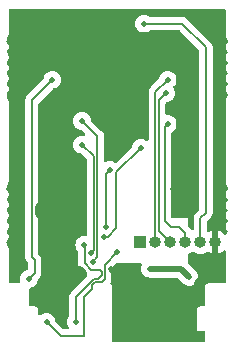
<source format=gbr>
%TF.GenerationSoftware,KiCad,Pcbnew,8.0.2*%
%TF.CreationDate,2024-05-29T23:14:08+09:00*%
%TF.ProjectId,smartlight,736d6172-746c-4696-9768-742e6b696361,rev?*%
%TF.SameCoordinates,Original*%
%TF.FileFunction,Copper,L2,Bot*%
%TF.FilePolarity,Positive*%
%FSLAX46Y46*%
G04 Gerber Fmt 4.6, Leading zero omitted, Abs format (unit mm)*
G04 Created by KiCad (PCBNEW 8.0.2) date 2024-05-29 23:14:08*
%MOMM*%
%LPD*%
G01*
G04 APERTURE LIST*
%TA.AperFunction,ComponentPad*%
%ADD10R,1.000000X1.000000*%
%TD*%
%TA.AperFunction,ComponentPad*%
%ADD11O,1.000000X1.000000*%
%TD*%
%TA.AperFunction,ViaPad*%
%ADD12C,0.500000*%
%TD*%
%TA.AperFunction,Conductor*%
%ADD13C,0.127000*%
%TD*%
%TA.AperFunction,Conductor*%
%ADD14C,0.500000*%
%TD*%
G04 APERTURE END LIST*
D10*
%TO.P,J1,1,Pin_1*%
%TO.N,+3V3*%
X91940000Y-64750000D03*
D11*
%TO.P,J1,2,Pin_2*%
%TO.N,ESP12F_TX*%
X93210000Y-64750000D03*
%TO.P,J1,3,Pin_3*%
%TO.N,ESP12F_RX*%
X94480000Y-64750000D03*
%TO.P,J1,4,Pin_4*%
%TO.N,IO0*%
X95750000Y-64750000D03*
%TO.P,J1,5,Pin_5*%
%TO.N,RESET*%
X97020000Y-64750000D03*
%TO.P,J1,6,Pin_6*%
%TO.N,GND*%
X98290000Y-64750000D03*
%TD*%
D12*
%TO.N,PWM*%
X87900000Y-66450000D03*
%TO.N,GND*%
X87200000Y-67610000D03*
X96800000Y-68900000D03*
X95500000Y-68900000D03*
X94700000Y-68200000D03*
X90000000Y-68900000D03*
X91200000Y-68000000D03*
X91900000Y-68900000D03*
X98900000Y-65900000D03*
%TO.N,Net-(J2-Pin_5)*%
X84000000Y-71500000D03*
%TO.N,Net-(J2-Pin_4)*%
X86500000Y-71500000D03*
%TO.N,GND*%
X95750000Y-51500000D03*
X95750000Y-50500000D03*
X95750000Y-49250000D03*
X95250000Y-53250000D03*
X94250000Y-53250000D03*
X95500000Y-52250000D03*
X94750000Y-60250000D03*
X95500000Y-60000000D03*
X96250000Y-63000000D03*
X96250000Y-61500000D03*
X95250000Y-59250000D03*
X85500000Y-55250000D03*
X84500000Y-55250000D03*
X98750000Y-62500000D03*
X98750000Y-61500000D03*
X94750000Y-69000000D03*
X90900000Y-68800000D03*
X98250000Y-66000000D03*
X92665477Y-50001750D03*
X92665477Y-49001750D03*
X92665477Y-48001750D03*
X91665477Y-55001750D03*
X91665477Y-54001750D03*
X91665477Y-53001750D03*
X91665477Y-52001750D03*
X91665477Y-51001750D03*
X91665477Y-50001750D03*
X91665477Y-49001750D03*
X91665477Y-48001750D03*
X90665477Y-56001750D03*
X90665477Y-55001750D03*
X90665477Y-54001750D03*
X90665477Y-53001750D03*
X90665477Y-52001750D03*
X90665477Y-51001750D03*
X90665477Y-50001750D03*
X90665477Y-49001750D03*
X90665477Y-48001750D03*
X89665477Y-57001750D03*
X89665477Y-56001750D03*
X89665477Y-55001750D03*
X89665477Y-54001750D03*
X89665477Y-53001750D03*
X89665477Y-52001750D03*
X89665477Y-51001750D03*
X89665477Y-50001750D03*
X89665477Y-49001750D03*
X89665477Y-48001750D03*
X88665477Y-54001750D03*
X88665477Y-53001750D03*
X88665477Y-52001750D03*
X88665477Y-51001750D03*
X88665477Y-50001750D03*
X88665477Y-49001750D03*
X88665477Y-48001750D03*
X87665477Y-53001750D03*
X87665477Y-52001750D03*
X87665477Y-51001750D03*
X87665477Y-50001750D03*
X87665477Y-49001750D03*
X87665477Y-48001750D03*
X86665477Y-59001750D03*
X86665477Y-58001750D03*
X86665477Y-53001750D03*
X86665477Y-52001750D03*
X86665477Y-51001750D03*
X86665477Y-50001750D03*
X86665477Y-49001750D03*
X86665477Y-48001750D03*
X85665477Y-58001750D03*
X85665477Y-53001750D03*
X85665477Y-49001750D03*
X85665477Y-48001750D03*
X84665477Y-58001750D03*
X84665477Y-53001750D03*
X84665477Y-49001750D03*
X84665477Y-48001750D03*
X89460000Y-67060000D03*
X84850000Y-60250000D03*
X83300000Y-62400000D03*
%TO.N,Net-(J2-Pin_5)*%
X90000000Y-65600000D03*
%TO.N,Net-(J2-Pin_4)*%
X87200000Y-64995115D03*
%TO.N,ON{slash}OFF*%
X87760000Y-65640000D03*
%TO.N,Net-(U1-GPIO2)*%
X88900000Y-64300000D03*
%TO.N,+3V3*%
X92750000Y-67000000D03*
X96100000Y-67700000D03*
%TO.N,IO0*%
X94250000Y-54750000D03*
%TO.N,RESET*%
X92250000Y-46250000D03*
%TO.N,ESP12F_TX*%
X94250000Y-51000000D03*
%TO.N,ESP12F_RX*%
X94125000Y-52125000D03*
%TO.N,PWM*%
X87000000Y-54500000D03*
%TO.N,ON{slash}OFF*%
X87000000Y-56500000D03*
%TO.N,Net-(U1-EN)*%
X84500000Y-51000000D03*
X82500000Y-67850000D03*
%TO.N,Net-(U1-GPIO2)*%
X92000000Y-56750000D03*
%TO.N,Net-(U1-GPIO15)*%
X89350000Y-58650000D03*
X89000000Y-63500000D03*
%TD*%
D13*
%TO.N,PWM*%
X88304605Y-66045395D02*
X87900000Y-66450000D01*
X88304605Y-65850000D02*
X88304605Y-66045395D01*
X88304605Y-55804605D02*
X87000000Y-54500000D01*
X88304605Y-65850000D02*
X88304605Y-55804605D01*
%TO.N,Net-(J2-Pin_4)*%
X86500000Y-69376723D02*
X86500000Y-71500000D01*
X87994223Y-67882500D02*
X86500000Y-69376723D01*
X88317501Y-67882500D02*
X87994223Y-67882500D01*
X88662500Y-67262500D02*
X88662500Y-67537501D01*
X87216500Y-65011615D02*
X87216500Y-66545126D01*
X88523500Y-67123500D02*
X88662500Y-67262500D01*
X87200000Y-64995115D02*
X87216500Y-65011615D01*
X88662500Y-67537501D02*
X88317501Y-67882500D01*
X87216500Y-66545126D02*
X87794874Y-67123500D01*
X87794874Y-67123500D02*
X88523500Y-67123500D01*
%TO.N,ON{slash}OFF*%
X88000000Y-57500000D02*
X87000000Y-56500000D01*
X87760000Y-65640000D02*
X88000000Y-65400000D01*
X88000000Y-65400000D02*
X88000000Y-57500000D01*
D14*
%TO.N,GND*%
X86865471Y-67000000D02*
X83800000Y-67000000D01*
X83800000Y-67000000D02*
X83800000Y-62900000D01*
X87200000Y-67334529D02*
X86865471Y-67000000D01*
X83800000Y-62900000D02*
X83300000Y-62400000D01*
X87200000Y-67610000D02*
X87200000Y-67334529D01*
D13*
%TO.N,Net-(J2-Pin_5)*%
X85200000Y-72700000D02*
X84000000Y-71500000D01*
X87200000Y-72700000D02*
X85200000Y-72700000D01*
X87200000Y-69400000D02*
X87200000Y-72700000D01*
X88099433Y-68136500D02*
X87886500Y-68349433D01*
X88663500Y-68136500D02*
X88099433Y-68136500D01*
X87886500Y-68713500D02*
X87200000Y-69400000D01*
X88916500Y-67883500D02*
X88663500Y-68136500D01*
X87886500Y-68349433D02*
X87886500Y-68713500D01*
X88916500Y-66683500D02*
X88916500Y-67883500D01*
X90000000Y-65600000D02*
X88916500Y-66683500D01*
D14*
%TO.N,GND*%
X91400000Y-70000000D02*
X90900000Y-69500000D01*
X90900000Y-69500000D02*
X90900000Y-68800000D01*
X96400000Y-70000000D02*
X91400000Y-70000000D01*
X98290000Y-66710000D02*
X96750000Y-68250000D01*
X96750000Y-68250000D02*
X96750000Y-69650000D01*
X96750000Y-69650000D02*
X96400000Y-70000000D01*
X98290000Y-64750000D02*
X98290000Y-66710000D01*
X89460000Y-67060000D02*
X90050000Y-67650000D01*
X90050000Y-67650000D02*
X90050000Y-67950000D01*
X90900000Y-68800000D02*
X90050000Y-67950000D01*
%TO.N,+3V3*%
X96100000Y-67700000D02*
X95400000Y-67000000D01*
X95400000Y-67000000D02*
X92750000Y-67000000D01*
%TO.N,GND*%
X84850000Y-60250000D02*
X83300000Y-61800000D01*
X83300000Y-61800000D02*
X83300000Y-62400000D01*
D13*
%TO.N,Net-(U1-GPIO2)*%
X89900000Y-58850000D02*
X92000000Y-56750000D01*
X89900000Y-63600000D02*
X89900000Y-58850000D01*
X89200000Y-64300000D02*
X89900000Y-63600000D01*
X88900000Y-64300000D02*
X89200000Y-64300000D01*
%TO.N,Net-(U1-GPIO15)*%
X89350000Y-58650000D02*
X89000000Y-59000000D01*
X89000000Y-59000000D02*
X89000000Y-63500000D01*
%TO.N,Net-(U1-EN)*%
X82750000Y-52750000D02*
X84500000Y-51000000D01*
X82750000Y-66000000D02*
X82750000Y-52750000D01*
X83000000Y-67350000D02*
X83000000Y-66250000D01*
X82500000Y-67850000D02*
X83000000Y-67350000D01*
X83000000Y-66250000D02*
X82750000Y-66000000D01*
%TO.N,ESP12F_RX*%
X94125000Y-52125000D02*
X93500000Y-52750000D01*
X93500000Y-63770000D02*
X94480000Y-64750000D01*
X93500000Y-52750000D02*
X93500000Y-63770000D01*
%TO.N,IO0*%
X94000000Y-55000000D02*
X94000000Y-63000000D01*
X94500000Y-63500000D02*
X95250000Y-63500000D01*
X94000000Y-63000000D02*
X94500000Y-63500000D01*
X94250000Y-54750000D02*
X94000000Y-55000000D01*
X95250000Y-63500000D02*
X95750000Y-64000000D01*
X95750000Y-64000000D02*
X95750000Y-64750000D01*
%TO.N,RESET*%
X95500000Y-46250000D02*
X92250000Y-46250000D01*
X97020000Y-62730000D02*
X97500000Y-62250000D01*
X97500000Y-48250000D02*
X95500000Y-46250000D01*
X97020000Y-64750000D02*
X97020000Y-62730000D01*
X97500000Y-62250000D02*
X97500000Y-48250000D01*
%TO.N,ESP12F_TX*%
X93210000Y-52040000D02*
X93210000Y-64750000D01*
X94250000Y-51000000D02*
X93210000Y-52040000D01*
%TD*%
%TA.AperFunction,Conductor*%
%TO.N,GND*%
G36*
X98540000Y-65719159D02*
G01*
X98674534Y-65678349D01*
X98848260Y-65585491D01*
X98996835Y-65463559D01*
X99061145Y-65436246D01*
X99130012Y-65448037D01*
X99181572Y-65495189D01*
X99199500Y-65559412D01*
X99199500Y-68075500D01*
X99179815Y-68142539D01*
X99127011Y-68188294D01*
X99075500Y-68199500D01*
X97789562Y-68199500D01*
X97710438Y-68199500D01*
X97672224Y-68209739D01*
X97634009Y-68219979D01*
X97634004Y-68219982D01*
X97565495Y-68259535D01*
X97565487Y-68259541D01*
X97509541Y-68315487D01*
X97509535Y-68315495D01*
X97469982Y-68384004D01*
X97469979Y-68384009D01*
X97459238Y-68424095D01*
X97450891Y-68455249D01*
X97449500Y-68460439D01*
X97449500Y-70075500D01*
X97429815Y-70142539D01*
X97377011Y-70188294D01*
X97325500Y-70199500D01*
X97039562Y-70199500D01*
X96960438Y-70199500D01*
X96922224Y-70209739D01*
X96884009Y-70219979D01*
X96884004Y-70219982D01*
X96815495Y-70259535D01*
X96815487Y-70259541D01*
X96759541Y-70315487D01*
X96759535Y-70315495D01*
X96719982Y-70384004D01*
X96719979Y-70384009D01*
X96706326Y-70434962D01*
X96699500Y-70460438D01*
X96699500Y-72039562D01*
X96702642Y-72051286D01*
X96719979Y-72115990D01*
X96719982Y-72115995D01*
X96759535Y-72184504D01*
X96759539Y-72184509D01*
X96759540Y-72184511D01*
X96815489Y-72240460D01*
X96815491Y-72240461D01*
X96815495Y-72240464D01*
X96884004Y-72280017D01*
X96884011Y-72280021D01*
X96960438Y-72300500D01*
X97039562Y-72300500D01*
X97325500Y-72300500D01*
X97392539Y-72320185D01*
X97438294Y-72372989D01*
X97449500Y-72424500D01*
X97449500Y-73075500D01*
X97429815Y-73142539D01*
X97377011Y-73188294D01*
X97325500Y-73199500D01*
X89674500Y-73199500D01*
X89607461Y-73179815D01*
X89561706Y-73127011D01*
X89550500Y-73075500D01*
X89550500Y-68460439D01*
X89550500Y-68460438D01*
X89530021Y-68384011D01*
X89519091Y-68365080D01*
X89490464Y-68315495D01*
X89490458Y-68315487D01*
X89448622Y-68273651D01*
X89415137Y-68212328D01*
X89420121Y-68142636D01*
X89428912Y-68123976D01*
X89442065Y-68101196D01*
X89467968Y-68004523D01*
X89480500Y-67957753D01*
X89480500Y-67809247D01*
X89480500Y-66968478D01*
X89500185Y-66901439D01*
X89516819Y-66880797D01*
X89861297Y-66536319D01*
X89922620Y-66502834D01*
X89948978Y-66500000D01*
X91955179Y-66500000D01*
X92022218Y-66519685D01*
X92067973Y-66572489D01*
X92077917Y-66641647D01*
X92070698Y-66665338D01*
X92071843Y-66665739D01*
X92049715Y-66728974D01*
X92047237Y-66735466D01*
X92028341Y-66781088D01*
X92028339Y-66781097D01*
X92025903Y-66793341D01*
X92021330Y-66810097D01*
X92013687Y-66831939D01*
X92013687Y-66831940D01*
X92008341Y-66879382D01*
X92006739Y-66889685D01*
X91999500Y-66926081D01*
X91999500Y-66950890D01*
X91998720Y-66964774D01*
X91994751Y-66999997D01*
X91994751Y-67000000D01*
X91998720Y-67035223D01*
X91999500Y-67049108D01*
X91999500Y-67073916D01*
X92006739Y-67110312D01*
X92008341Y-67120616D01*
X92013687Y-67168059D01*
X92021330Y-67189902D01*
X92025906Y-67206665D01*
X92028341Y-67218910D01*
X92047235Y-67264525D01*
X92049708Y-67271003D01*
X92069543Y-67327687D01*
X92069546Y-67327694D01*
X92075295Y-67336844D01*
X92084851Y-67355340D01*
X92084912Y-67355488D01*
X92084916Y-67355495D01*
X92119169Y-67406760D01*
X92121060Y-67409677D01*
X92158840Y-67469804D01*
X92159523Y-67470890D01*
X92279110Y-67590477D01*
X92286641Y-67595209D01*
X92340338Y-67628949D01*
X92343247Y-67630834D01*
X92394505Y-67665084D01*
X92394648Y-67665143D01*
X92413162Y-67674708D01*
X92422310Y-67680456D01*
X92467602Y-67696304D01*
X92478979Y-67700285D01*
X92485477Y-67702766D01*
X92531087Y-67721658D01*
X92531095Y-67721660D01*
X92543332Y-67724094D01*
X92560101Y-67728671D01*
X92581938Y-67736312D01*
X92581941Y-67736313D01*
X92629398Y-67741659D01*
X92639689Y-67743260D01*
X92651926Y-67745694D01*
X92676081Y-67750500D01*
X92676082Y-67750500D01*
X92700890Y-67750500D01*
X92714774Y-67751280D01*
X92749998Y-67755249D01*
X92750000Y-67755249D01*
X92750002Y-67755249D01*
X92785226Y-67751280D01*
X92799110Y-67750500D01*
X95037770Y-67750500D01*
X95104809Y-67770185D01*
X95125451Y-67786819D01*
X95343156Y-68004523D01*
X95509523Y-68170890D01*
X95629110Y-68290477D01*
X95677512Y-68320890D01*
X95690338Y-68328949D01*
X95693247Y-68330834D01*
X95744505Y-68365084D01*
X95744648Y-68365143D01*
X95763162Y-68374708D01*
X95763168Y-68374712D01*
X95772312Y-68380457D01*
X95803161Y-68391251D01*
X95828984Y-68400287D01*
X95835456Y-68402756D01*
X95881087Y-68421658D01*
X95891348Y-68423698D01*
X95893339Y-68424095D01*
X95910094Y-68428668D01*
X95931941Y-68436313D01*
X95979411Y-68441661D01*
X95989692Y-68443260D01*
X96026082Y-68450499D01*
X96050881Y-68450499D01*
X96064765Y-68451279D01*
X96099998Y-68455249D01*
X96100000Y-68455249D01*
X96100002Y-68455249D01*
X96135235Y-68451279D01*
X96149119Y-68450499D01*
X96173919Y-68450499D01*
X96186856Y-68447924D01*
X96210309Y-68443259D01*
X96220575Y-68441662D01*
X96268059Y-68436313D01*
X96289900Y-68428670D01*
X96306658Y-68424095D01*
X96318912Y-68421658D01*
X96364547Y-68402753D01*
X96370987Y-68400295D01*
X96427690Y-68380456D01*
X96436838Y-68374706D01*
X96455355Y-68365141D01*
X96455494Y-68365084D01*
X96506765Y-68330824D01*
X96509644Y-68328959D01*
X96509660Y-68328949D01*
X96570890Y-68290477D01*
X96690477Y-68170890D01*
X96728967Y-68109631D01*
X96730824Y-68106765D01*
X96765084Y-68055494D01*
X96765141Y-68055355D01*
X96774706Y-68036838D01*
X96780456Y-68027690D01*
X96800295Y-67970988D01*
X96802766Y-67964518D01*
X96805569Y-67957753D01*
X96821658Y-67918912D01*
X96824095Y-67906658D01*
X96828667Y-67889909D01*
X96836313Y-67868059D01*
X96841662Y-67820575D01*
X96843259Y-67810309D01*
X96850499Y-67773917D01*
X96850499Y-67749117D01*
X96851279Y-67735232D01*
X96855249Y-67700000D01*
X96855249Y-67699997D01*
X96851279Y-67664765D01*
X96850499Y-67650881D01*
X96850499Y-67626082D01*
X96843260Y-67589692D01*
X96841661Y-67579411D01*
X96836313Y-67531941D01*
X96828668Y-67510094D01*
X96824095Y-67493339D01*
X96823698Y-67491348D01*
X96821658Y-67481087D01*
X96802756Y-67435456D01*
X96800284Y-67428977D01*
X96780457Y-67372312D01*
X96774709Y-67363164D01*
X96765143Y-67344648D01*
X96765084Y-67344505D01*
X96730834Y-67293247D01*
X96728949Y-67290338D01*
X96719781Y-67275747D01*
X96690477Y-67229110D01*
X96570890Y-67109523D01*
X96340749Y-66879382D01*
X96036319Y-66574951D01*
X96002834Y-66513628D01*
X96000000Y-66487270D01*
X96000000Y-65811647D01*
X96019685Y-65744608D01*
X96072489Y-65698853D01*
X96087997Y-65692989D01*
X96134727Y-65678814D01*
X96308538Y-65585910D01*
X96308544Y-65585904D01*
X96313607Y-65582523D01*
X96314703Y-65584164D01*
X96370639Y-65560405D01*
X96439507Y-65572194D01*
X96456148Y-65582888D01*
X96456393Y-65582523D01*
X96461458Y-65585907D01*
X96461462Y-65585910D01*
X96635273Y-65678814D01*
X96823868Y-65736024D01*
X97020000Y-65755341D01*
X97216132Y-65736024D01*
X97404727Y-65678814D01*
X97578538Y-65585910D01*
X97578544Y-65585904D01*
X97583607Y-65582523D01*
X97584624Y-65584045D01*
X97641021Y-65560084D01*
X97709890Y-65571866D01*
X97726424Y-65582489D01*
X97726678Y-65582110D01*
X97731738Y-65585491D01*
X97905465Y-65678349D01*
X98040000Y-65719159D01*
X98040000Y-64959618D01*
X98090446Y-65010064D01*
X98164555Y-65052851D01*
X98247213Y-65075000D01*
X98332787Y-65075000D01*
X98415445Y-65052851D01*
X98489554Y-65010064D01*
X98540000Y-64959618D01*
X98540000Y-65719159D01*
G37*
%TD.AperFunction*%
%TA.AperFunction,Conductor*%
G36*
X99142539Y-45019685D02*
G01*
X99188294Y-45072489D01*
X99199500Y-45124000D01*
X99199500Y-47107761D01*
X99234974Y-47320350D01*
X99304952Y-47524187D01*
X99304958Y-47524201D01*
X99386189Y-47674303D01*
X99400784Y-47742631D01*
X99376121Y-47808003D01*
X99364817Y-47821000D01*
X99306287Y-47879531D01*
X99306286Y-47879532D01*
X99233289Y-48005968D01*
X99233288Y-48005971D01*
X99195500Y-48146999D01*
X99195500Y-48293000D01*
X99233288Y-48434028D01*
X99233289Y-48434031D01*
X99306286Y-48560467D01*
X99306291Y-48560473D01*
X99323138Y-48577321D01*
X99356622Y-48638645D01*
X99351636Y-48708336D01*
X99323138Y-48752679D01*
X99306291Y-48769526D01*
X99306286Y-48769532D01*
X99233289Y-48895968D01*
X99233288Y-48895971D01*
X99195500Y-49036999D01*
X99195500Y-49183001D01*
X99228519Y-49306228D01*
X99233288Y-49324028D01*
X99233289Y-49324031D01*
X99306286Y-49450467D01*
X99306291Y-49450473D01*
X99323138Y-49467321D01*
X99356622Y-49528645D01*
X99351636Y-49598336D01*
X99323138Y-49642679D01*
X99306291Y-49659526D01*
X99306286Y-49659532D01*
X99233289Y-49785968D01*
X99233288Y-49785971D01*
X99195500Y-49926999D01*
X99195500Y-50073000D01*
X99233288Y-50214028D01*
X99233289Y-50214031D01*
X99306286Y-50340467D01*
X99306291Y-50340473D01*
X99323138Y-50357321D01*
X99356622Y-50418645D01*
X99351636Y-50488336D01*
X99323138Y-50532679D01*
X99306291Y-50549526D01*
X99306286Y-50549532D01*
X99233289Y-50675968D01*
X99233288Y-50675971D01*
X99195500Y-50816999D01*
X99195500Y-50963001D01*
X99205415Y-51000002D01*
X99233288Y-51104028D01*
X99233289Y-51104031D01*
X99306286Y-51230467D01*
X99306291Y-51230473D01*
X99323138Y-51247321D01*
X99356622Y-51308645D01*
X99351636Y-51378336D01*
X99323138Y-51422679D01*
X99306291Y-51439526D01*
X99306286Y-51439532D01*
X99233289Y-51565968D01*
X99233288Y-51565971D01*
X99195500Y-51706999D01*
X99195500Y-51853001D01*
X99223351Y-51956941D01*
X99233288Y-51994028D01*
X99233289Y-51994031D01*
X99306286Y-52120467D01*
X99306290Y-52120472D01*
X99364815Y-52178997D01*
X99398300Y-52240320D01*
X99393316Y-52310012D01*
X99386189Y-52325695D01*
X99304958Y-52475798D01*
X99304952Y-52475812D01*
X99234974Y-52679649D01*
X99199500Y-52892238D01*
X99199500Y-59607761D01*
X99234974Y-59820350D01*
X99304952Y-60024187D01*
X99304958Y-60024201D01*
X99386189Y-60174303D01*
X99400784Y-60242631D01*
X99376121Y-60308003D01*
X99364817Y-60321000D01*
X99306287Y-60379531D01*
X99306286Y-60379532D01*
X99233289Y-60505968D01*
X99233288Y-60505971D01*
X99195500Y-60646999D01*
X99195500Y-60793000D01*
X99233288Y-60934028D01*
X99233289Y-60934031D01*
X99306286Y-61060467D01*
X99306291Y-61060473D01*
X99323138Y-61077321D01*
X99356622Y-61138645D01*
X99351636Y-61208336D01*
X99323138Y-61252679D01*
X99306291Y-61269526D01*
X99306286Y-61269532D01*
X99233289Y-61395968D01*
X99233288Y-61395971D01*
X99195500Y-61536999D01*
X99195500Y-61683001D01*
X99228519Y-61806228D01*
X99233288Y-61824028D01*
X99233289Y-61824031D01*
X99306286Y-61950467D01*
X99306291Y-61950473D01*
X99323138Y-61967321D01*
X99356622Y-62028645D01*
X99351636Y-62098336D01*
X99323138Y-62142679D01*
X99306291Y-62159526D01*
X99306286Y-62159532D01*
X99233289Y-62285968D01*
X99233288Y-62285971D01*
X99195500Y-62426999D01*
X99195500Y-62573001D01*
X99209701Y-62626000D01*
X99233288Y-62714028D01*
X99233289Y-62714031D01*
X99306286Y-62840467D01*
X99306291Y-62840473D01*
X99323138Y-62857321D01*
X99356622Y-62918645D01*
X99351636Y-62988336D01*
X99323138Y-63032679D01*
X99306291Y-63049526D01*
X99306286Y-63049532D01*
X99233289Y-63175968D01*
X99233288Y-63175971D01*
X99195500Y-63316999D01*
X99195500Y-63463001D01*
X99218460Y-63548687D01*
X99233288Y-63604028D01*
X99233289Y-63604031D01*
X99306286Y-63730467D01*
X99306291Y-63730473D01*
X99323138Y-63747321D01*
X99356622Y-63808645D01*
X99351636Y-63878336D01*
X99323138Y-63922679D01*
X99306291Y-63939526D01*
X99306286Y-63939532D01*
X99235726Y-64061747D01*
X99185159Y-64109963D01*
X99116552Y-64123186D01*
X99051687Y-64097218D01*
X99032486Y-64078412D01*
X99000528Y-64039471D01*
X98848260Y-63914507D01*
X98848253Y-63914503D01*
X98674541Y-63821652D01*
X98540000Y-63780839D01*
X98540000Y-64540382D01*
X98489554Y-64489936D01*
X98415445Y-64447149D01*
X98332787Y-64425000D01*
X98247213Y-64425000D01*
X98164555Y-64447149D01*
X98090446Y-64489936D01*
X98040000Y-64540382D01*
X98040000Y-63780839D01*
X98039999Y-63780839D01*
X97905463Y-63821651D01*
X97766453Y-63895953D01*
X97698050Y-63910194D01*
X97632806Y-63885194D01*
X97591436Y-63828888D01*
X97584000Y-63786594D01*
X97584000Y-63014978D01*
X97603685Y-62947939D01*
X97620319Y-62927297D01*
X97707149Y-62840467D01*
X97951313Y-62596304D01*
X98025565Y-62467696D01*
X98064001Y-62324252D01*
X98064001Y-62175747D01*
X98064001Y-62168152D01*
X98064000Y-62168134D01*
X98064000Y-48175750D01*
X98064000Y-48175748D01*
X98025565Y-48032304D01*
X97951313Y-47903696D01*
X97846304Y-47798687D01*
X97846303Y-47798686D01*
X97841973Y-47794356D01*
X97841962Y-47794346D01*
X95958383Y-45910767D01*
X95958381Y-45910764D01*
X95846306Y-45798689D01*
X95846304Y-45798687D01*
X95717698Y-45724436D01*
X95717697Y-45724435D01*
X95692097Y-45717576D01*
X95666499Y-45710717D01*
X95666498Y-45710716D01*
X95598969Y-45692622D01*
X95574253Y-45686000D01*
X95574252Y-45686000D01*
X92797480Y-45686000D01*
X92730441Y-45666315D01*
X92721530Y-45659924D01*
X92577697Y-45569547D01*
X92577694Y-45569545D01*
X92418056Y-45513685D01*
X92250003Y-45494751D01*
X92249997Y-45494751D01*
X92081943Y-45513685D01*
X91922305Y-45569545D01*
X91922302Y-45569547D01*
X91779115Y-45659518D01*
X91779109Y-45659523D01*
X91659523Y-45779109D01*
X91659518Y-45779115D01*
X91569547Y-45922302D01*
X91569545Y-45922305D01*
X91513685Y-46081943D01*
X91494751Y-46249997D01*
X91494751Y-46250002D01*
X91513685Y-46418056D01*
X91569545Y-46577694D01*
X91569547Y-46577697D01*
X91659518Y-46720884D01*
X91659523Y-46720890D01*
X91779109Y-46840476D01*
X91779115Y-46840481D01*
X91922302Y-46930452D01*
X91922305Y-46930454D01*
X91922309Y-46930455D01*
X91922310Y-46930456D01*
X91985037Y-46952405D01*
X92081943Y-46986314D01*
X92249997Y-47005249D01*
X92250000Y-47005249D01*
X92250003Y-47005249D01*
X92418056Y-46986314D01*
X92418059Y-46986313D01*
X92577690Y-46930456D01*
X92577692Y-46930454D01*
X92577694Y-46930454D01*
X92577697Y-46930452D01*
X92726786Y-46836773D01*
X92727575Y-46838029D01*
X92784849Y-46814645D01*
X92797480Y-46814000D01*
X95215022Y-46814000D01*
X95282061Y-46833685D01*
X95302703Y-46850319D01*
X96899681Y-48447297D01*
X96933166Y-48508620D01*
X96936000Y-48534978D01*
X96936000Y-61965020D01*
X96916315Y-62032059D01*
X96899681Y-62052701D01*
X96666626Y-62285755D01*
X96666627Y-62285756D01*
X96568684Y-62383699D01*
X96516299Y-62474434D01*
X96516299Y-62474435D01*
X96494433Y-62512305D01*
X96478172Y-62572999D01*
X96478172Y-62573000D01*
X96456000Y-62655748D01*
X96456000Y-63632052D01*
X96436315Y-63699091D01*
X96383511Y-63744846D01*
X96314353Y-63754790D01*
X96250797Y-63725765D01*
X96224613Y-63694053D01*
X96201313Y-63653696D01*
X96091973Y-63544356D01*
X96091962Y-63544346D01*
X96036319Y-63488703D01*
X96002834Y-63427380D01*
X96000000Y-63401022D01*
X96000000Y-62750000D01*
X94688000Y-62750000D01*
X94620961Y-62730315D01*
X94575206Y-62677511D01*
X94564000Y-62626000D01*
X94564000Y-55507590D01*
X94583685Y-55440551D01*
X94622026Y-55402597D01*
X94720890Y-55340477D01*
X94840477Y-55220890D01*
X94922419Y-55090481D01*
X94930452Y-55077697D01*
X94930454Y-55077694D01*
X94930454Y-55077692D01*
X94930456Y-55077690D01*
X94986313Y-54918059D01*
X94986313Y-54918058D01*
X94986314Y-54918056D01*
X95005249Y-54750002D01*
X95005249Y-54749997D01*
X94986314Y-54581943D01*
X94930454Y-54422305D01*
X94930452Y-54422302D01*
X94840481Y-54279115D01*
X94840476Y-54279109D01*
X94720890Y-54159523D01*
X94720884Y-54159518D01*
X94577697Y-54069547D01*
X94577694Y-54069545D01*
X94418056Y-54013685D01*
X94250003Y-53994751D01*
X94249996Y-53994751D01*
X94201883Y-54000172D01*
X94133062Y-53988117D01*
X94081682Y-53940768D01*
X94064000Y-53876952D01*
X94064000Y-53034978D01*
X94083685Y-52967939D01*
X94100319Y-52947297D01*
X94142066Y-52905550D01*
X94203389Y-52872065D01*
X94215864Y-52870011D01*
X94293053Y-52861314D01*
X94293056Y-52861313D01*
X94293059Y-52861313D01*
X94452690Y-52805456D01*
X94452692Y-52805454D01*
X94452694Y-52805454D01*
X94452697Y-52805452D01*
X94595884Y-52715481D01*
X94595885Y-52715480D01*
X94595890Y-52715477D01*
X94715477Y-52595890D01*
X94715481Y-52595884D01*
X94805452Y-52452697D01*
X94805454Y-52452694D01*
X94805454Y-52452692D01*
X94805456Y-52452690D01*
X94861313Y-52293059D01*
X94861313Y-52293058D01*
X94861314Y-52293056D01*
X94880249Y-52125002D01*
X94880249Y-52124997D01*
X94861314Y-51956943D01*
X94824943Y-51853001D01*
X94805456Y-51797310D01*
X94772594Y-51745011D01*
X94745622Y-51702085D01*
X94726622Y-51634849D01*
X94746990Y-51568013D01*
X94762935Y-51548432D01*
X94840477Y-51470890D01*
X94860184Y-51439527D01*
X94930452Y-51327697D01*
X94930454Y-51327694D01*
X94930454Y-51327692D01*
X94930456Y-51327690D01*
X94986313Y-51168059D01*
X94986313Y-51168058D01*
X94986314Y-51168056D01*
X95005249Y-51000002D01*
X95005249Y-50999997D01*
X94986314Y-50831943D01*
X94930454Y-50672305D01*
X94930452Y-50672302D01*
X94840481Y-50529115D01*
X94840476Y-50529109D01*
X94720890Y-50409523D01*
X94720884Y-50409518D01*
X94577697Y-50319547D01*
X94577694Y-50319545D01*
X94418056Y-50263685D01*
X94250003Y-50244751D01*
X94249997Y-50244751D01*
X94081943Y-50263685D01*
X93922305Y-50319545D01*
X93922302Y-50319547D01*
X93779115Y-50409518D01*
X93779109Y-50409523D01*
X93659523Y-50529109D01*
X93659518Y-50529115D01*
X93569547Y-50672302D01*
X93569544Y-50672307D01*
X93513687Y-50831941D01*
X93504988Y-50909138D01*
X93477920Y-50973551D01*
X93469449Y-50982933D01*
X92863698Y-51588685D01*
X92758689Y-51693693D01*
X92758685Y-51693699D01*
X92684436Y-51822301D01*
X92684435Y-51822304D01*
X92646000Y-51965748D01*
X92646000Y-56045190D01*
X92626315Y-56112229D01*
X92573511Y-56157984D01*
X92504353Y-56167928D01*
X92456028Y-56150184D01*
X92327692Y-56069545D01*
X92327691Y-56069544D01*
X92327690Y-56069544D01*
X92289370Y-56056135D01*
X92168056Y-56013685D01*
X92000003Y-55994751D01*
X91999997Y-55994751D01*
X91831943Y-56013685D01*
X91672305Y-56069545D01*
X91672302Y-56069547D01*
X91529115Y-56159518D01*
X91529109Y-56159523D01*
X91409523Y-56279109D01*
X91409518Y-56279115D01*
X91319547Y-56422302D01*
X91319544Y-56422307D01*
X91263687Y-56581941D01*
X91254988Y-56659138D01*
X91227920Y-56723551D01*
X91219449Y-56732933D01*
X89935011Y-58017371D01*
X89873688Y-58050856D01*
X89803996Y-58045872D01*
X89781359Y-58034684D01*
X89677692Y-57969545D01*
X89677694Y-57969545D01*
X89518056Y-57913685D01*
X89350003Y-57894751D01*
X89349997Y-57894751D01*
X89181942Y-57913686D01*
X89033559Y-57965607D01*
X88963780Y-57969168D01*
X88903153Y-57934439D01*
X88870926Y-57872445D01*
X88868605Y-57848565D01*
X88868605Y-55730355D01*
X88868605Y-55730353D01*
X88830170Y-55586909D01*
X88755918Y-55458301D01*
X88650909Y-55353292D01*
X88650908Y-55353291D01*
X88646578Y-55348961D01*
X88646567Y-55348951D01*
X87780550Y-54482934D01*
X87747065Y-54421611D01*
X87745011Y-54409136D01*
X87736314Y-54331944D01*
X87680454Y-54172305D01*
X87680452Y-54172302D01*
X87590481Y-54029115D01*
X87590476Y-54029109D01*
X87470890Y-53909523D01*
X87470884Y-53909518D01*
X87327697Y-53819547D01*
X87327694Y-53819545D01*
X87168056Y-53763685D01*
X87000003Y-53744751D01*
X86999997Y-53744751D01*
X86831943Y-53763685D01*
X86672305Y-53819545D01*
X86672302Y-53819547D01*
X86529115Y-53909518D01*
X86529109Y-53909523D01*
X86409523Y-54029109D01*
X86409518Y-54029115D01*
X86319547Y-54172302D01*
X86319545Y-54172305D01*
X86263685Y-54331943D01*
X86244751Y-54499997D01*
X86244751Y-54500002D01*
X86263685Y-54668056D01*
X86319545Y-54827694D01*
X86319547Y-54827697D01*
X86409518Y-54970884D01*
X86409523Y-54970890D01*
X86529109Y-55090476D01*
X86529115Y-55090481D01*
X86672302Y-55180452D01*
X86672305Y-55180454D01*
X86672309Y-55180455D01*
X86672310Y-55180456D01*
X86831941Y-55236313D01*
X86831944Y-55236314D01*
X86909136Y-55245011D01*
X86973550Y-55272077D01*
X86982934Y-55280550D01*
X87253333Y-55550949D01*
X87286818Y-55612272D01*
X87281834Y-55681964D01*
X87239962Y-55737897D01*
X87174498Y-55762314D01*
X87151769Y-55761850D01*
X87000004Y-55744751D01*
X86999997Y-55744751D01*
X86831943Y-55763685D01*
X86672305Y-55819545D01*
X86672302Y-55819547D01*
X86529115Y-55909518D01*
X86529109Y-55909523D01*
X86409523Y-56029109D01*
X86409518Y-56029115D01*
X86319547Y-56172302D01*
X86319545Y-56172305D01*
X86263685Y-56331943D01*
X86244751Y-56499997D01*
X86244751Y-56500002D01*
X86263685Y-56668056D01*
X86319545Y-56827694D01*
X86319547Y-56827697D01*
X86409518Y-56970884D01*
X86409523Y-56970890D01*
X86529109Y-57090476D01*
X86529115Y-57090481D01*
X86672302Y-57180452D01*
X86672305Y-57180454D01*
X86672309Y-57180455D01*
X86672310Y-57180456D01*
X86831941Y-57236313D01*
X86831944Y-57236314D01*
X86909135Y-57245011D01*
X86973549Y-57272077D01*
X86982933Y-57280550D01*
X87399681Y-57697297D01*
X87433166Y-57758620D01*
X87436000Y-57784978D01*
X87436000Y-64127700D01*
X87416315Y-64194739D01*
X87363511Y-64240494D01*
X87298117Y-64250920D01*
X87200004Y-64239866D01*
X87199997Y-64239866D01*
X87031943Y-64258800D01*
X86872305Y-64314660D01*
X86872302Y-64314662D01*
X86729115Y-64404633D01*
X86729109Y-64404638D01*
X86609523Y-64524224D01*
X86609518Y-64524230D01*
X86519547Y-64667417D01*
X86519545Y-64667420D01*
X86463685Y-64827058D01*
X86444751Y-64995112D01*
X86444751Y-64995117D01*
X86463685Y-65163171D01*
X86519545Y-65322809D01*
X86519547Y-65322812D01*
X86609518Y-65465999D01*
X86609523Y-65466005D01*
X86616181Y-65472663D01*
X86649666Y-65533986D01*
X86652500Y-65560344D01*
X86652500Y-66619378D01*
X86666650Y-66672187D01*
X86690935Y-66762823D01*
X86690936Y-66762824D01*
X86765187Y-66891430D01*
X86765189Y-66891432D01*
X86877261Y-67003504D01*
X86877267Y-67003509D01*
X87339220Y-67465462D01*
X87339241Y-67465485D01*
X87388749Y-67514992D01*
X87422235Y-67576315D01*
X87417251Y-67646006D01*
X87388750Y-67690355D01*
X86153698Y-68925408D01*
X86048689Y-69030416D01*
X86048685Y-69030422D01*
X85974436Y-69159024D01*
X85974435Y-69159027D01*
X85936000Y-69302471D01*
X85936000Y-70952519D01*
X85916315Y-71019558D01*
X85909924Y-71028469D01*
X85819547Y-71172302D01*
X85819545Y-71172305D01*
X85763685Y-71331943D01*
X85744751Y-71499997D01*
X85744751Y-71500002D01*
X85763685Y-71668056D01*
X85819545Y-71827692D01*
X85893901Y-71946028D01*
X85912901Y-72013264D01*
X85892533Y-72080100D01*
X85839266Y-72125314D01*
X85788907Y-72136000D01*
X85484978Y-72136000D01*
X85417939Y-72116315D01*
X85397297Y-72099681D01*
X84780550Y-71482934D01*
X84747065Y-71421611D01*
X84745011Y-71409136D01*
X84736314Y-71331944D01*
X84736313Y-71331941D01*
X84680456Y-71172310D01*
X84680455Y-71172309D01*
X84680454Y-71172305D01*
X84680452Y-71172302D01*
X84590481Y-71029115D01*
X84590476Y-71029109D01*
X84470890Y-70909523D01*
X84470884Y-70909518D01*
X84327697Y-70819547D01*
X84327694Y-70819545D01*
X84168056Y-70763685D01*
X84000003Y-70744751D01*
X83999997Y-70744751D01*
X83831943Y-70763685D01*
X83672305Y-70819545D01*
X83672302Y-70819547D01*
X83529115Y-70909518D01*
X83529109Y-70909523D01*
X83512181Y-70926452D01*
X83450858Y-70959937D01*
X83381166Y-70954953D01*
X83325233Y-70913081D01*
X83300816Y-70847617D01*
X83300500Y-70838771D01*
X83300500Y-70460439D01*
X83280020Y-70384009D01*
X83280017Y-70384004D01*
X83240464Y-70315495D01*
X83240458Y-70315487D01*
X83184512Y-70259541D01*
X83184504Y-70259535D01*
X83115995Y-70219982D01*
X83115990Y-70219979D01*
X83090513Y-70213152D01*
X83039562Y-70199500D01*
X83039560Y-70199500D01*
X82674500Y-70199500D01*
X82607461Y-70179815D01*
X82561706Y-70127011D01*
X82550500Y-70075500D01*
X82550500Y-68710372D01*
X82570185Y-68643333D01*
X82622989Y-68597578D01*
X82660615Y-68587151D01*
X82668059Y-68586313D01*
X82827690Y-68530456D01*
X82827693Y-68530453D01*
X82827697Y-68530452D01*
X82970884Y-68440481D01*
X82970885Y-68440480D01*
X82970890Y-68440477D01*
X83090477Y-68320890D01*
X83109587Y-68290477D01*
X83180452Y-68177697D01*
X83180454Y-68177694D01*
X83180454Y-68177692D01*
X83180456Y-68177690D01*
X83236313Y-68018059D01*
X83241984Y-67967732D01*
X83245011Y-67940862D01*
X83272077Y-67876448D01*
X83280540Y-67867074D01*
X83336094Y-67811521D01*
X83336099Y-67811517D01*
X83346302Y-67801313D01*
X83346304Y-67801313D01*
X83451313Y-67696304D01*
X83525565Y-67567696D01*
X83564001Y-67424252D01*
X83564001Y-67275747D01*
X83564001Y-67268152D01*
X83564000Y-67268134D01*
X83564000Y-66175749D01*
X83563999Y-66175743D01*
X83554230Y-66139284D01*
X83554230Y-66139283D01*
X83525565Y-66032303D01*
X83488260Y-65967690D01*
X83451313Y-65903696D01*
X83350318Y-65802701D01*
X83316834Y-65741378D01*
X83314000Y-65715020D01*
X83314000Y-53034978D01*
X83333685Y-52967939D01*
X83350319Y-52947297D01*
X83927844Y-52369772D01*
X84517067Y-51780548D01*
X84578388Y-51747065D01*
X84590863Y-51745011D01*
X84668055Y-51736314D01*
X84668057Y-51736313D01*
X84668059Y-51736313D01*
X84827690Y-51680456D01*
X84827692Y-51680454D01*
X84827694Y-51680454D01*
X84827697Y-51680452D01*
X84970884Y-51590481D01*
X84970885Y-51590480D01*
X84970890Y-51590477D01*
X85090477Y-51470890D01*
X85110184Y-51439527D01*
X85180452Y-51327697D01*
X85180454Y-51327694D01*
X85180454Y-51327692D01*
X85180456Y-51327690D01*
X85236313Y-51168059D01*
X85236313Y-51168058D01*
X85236314Y-51168056D01*
X85255249Y-51000002D01*
X85255249Y-50999997D01*
X85236314Y-50831943D01*
X85180454Y-50672305D01*
X85180452Y-50672302D01*
X85090481Y-50529115D01*
X85090476Y-50529109D01*
X84970890Y-50409523D01*
X84970884Y-50409518D01*
X84827697Y-50319547D01*
X84827694Y-50319545D01*
X84668056Y-50263685D01*
X84500003Y-50244751D01*
X84499997Y-50244751D01*
X84331943Y-50263685D01*
X84172305Y-50319545D01*
X84172302Y-50319547D01*
X84029115Y-50409518D01*
X84029109Y-50409523D01*
X83909523Y-50529109D01*
X83909518Y-50529115D01*
X83819547Y-50672302D01*
X83819544Y-50672307D01*
X83763687Y-50831941D01*
X83754988Y-50909137D01*
X83727920Y-50973550D01*
X83719449Y-50982932D01*
X82403698Y-52298685D01*
X82298689Y-52403693D01*
X82298685Y-52403699D01*
X82224436Y-52532301D01*
X82224435Y-52532304D01*
X82186000Y-52675748D01*
X82186000Y-66074249D01*
X82185999Y-66074249D01*
X82186000Y-66074252D01*
X82186000Y-66074253D01*
X82193889Y-66103696D01*
X82203425Y-66139284D01*
X82224435Y-66217697D01*
X82224436Y-66217698D01*
X82298687Y-66346304D01*
X82298689Y-66346306D01*
X82399681Y-66447298D01*
X82433166Y-66508621D01*
X82436000Y-66534979D01*
X82436000Y-66991148D01*
X82416315Y-67058187D01*
X82363511Y-67103942D01*
X82338454Y-67110896D01*
X82338737Y-67112135D01*
X82331949Y-67113684D01*
X82172307Y-67169544D01*
X82172302Y-67169547D01*
X82029115Y-67259518D01*
X82029109Y-67259523D01*
X81909523Y-67379109D01*
X81909518Y-67379115D01*
X81819547Y-67522302D01*
X81819545Y-67522305D01*
X81763685Y-67681943D01*
X81744751Y-67849997D01*
X81744751Y-67850002D01*
X81763686Y-68018058D01*
X81769455Y-68034544D01*
X81773018Y-68104323D01*
X81738289Y-68164951D01*
X81676296Y-68197178D01*
X81652414Y-68199500D01*
X80924500Y-68199500D01*
X80857461Y-68179815D01*
X80811706Y-68127011D01*
X80800500Y-68075500D01*
X80800500Y-65392238D01*
X80786533Y-65308538D01*
X80765026Y-65179652D01*
X80695045Y-64975805D01*
X80637663Y-64869772D01*
X80613810Y-64825695D01*
X80599215Y-64757367D01*
X80623878Y-64691995D01*
X80635170Y-64679011D01*
X80693711Y-64620471D01*
X80766712Y-64494029D01*
X80804500Y-64353001D01*
X80804500Y-64206999D01*
X80766712Y-64065971D01*
X80693711Y-63939529D01*
X80676863Y-63922681D01*
X80643378Y-63861358D01*
X80648362Y-63791666D01*
X80676863Y-63747319D01*
X80679336Y-63744846D01*
X80693711Y-63730471D01*
X80766712Y-63604029D01*
X80804500Y-63463001D01*
X80804500Y-63316999D01*
X80766712Y-63175971D01*
X80693711Y-63049529D01*
X80676863Y-63032681D01*
X80643378Y-62971358D01*
X80648362Y-62901666D01*
X80676863Y-62857319D01*
X80693711Y-62840471D01*
X80766712Y-62714029D01*
X80804500Y-62573001D01*
X80804500Y-62426999D01*
X80766712Y-62285971D01*
X80730211Y-62222750D01*
X80693713Y-62159532D01*
X80693709Y-62159527D01*
X80666526Y-62132344D01*
X80633041Y-62071021D01*
X80638025Y-62001329D01*
X80666523Y-61956985D01*
X80690839Y-61932670D01*
X80763840Y-61806228D01*
X80801628Y-61665200D01*
X80801628Y-61519198D01*
X80763840Y-61378170D01*
X80701118Y-61269532D01*
X80690841Y-61251731D01*
X80690837Y-61251726D01*
X80684327Y-61245216D01*
X80650842Y-61183893D01*
X80655826Y-61114201D01*
X80684331Y-61069850D01*
X80693711Y-61060471D01*
X80766712Y-60934029D01*
X80804500Y-60793001D01*
X80804500Y-60646999D01*
X80766712Y-60505971D01*
X80693711Y-60379529D01*
X80635182Y-60321000D01*
X80601699Y-60259677D01*
X80606684Y-60189986D01*
X80613811Y-60174302D01*
X80695040Y-60024205D01*
X80695042Y-60024201D01*
X80695045Y-60024195D01*
X80765026Y-59820348D01*
X80800500Y-59607762D01*
X80800500Y-59500000D01*
X80800500Y-59452405D01*
X80800500Y-52960438D01*
X80800500Y-52892238D01*
X80765026Y-52679652D01*
X80695045Y-52475805D01*
X80656023Y-52403699D01*
X80613810Y-52325695D01*
X80599215Y-52257367D01*
X80623878Y-52191995D01*
X80635170Y-52179011D01*
X80693711Y-52120471D01*
X80766712Y-51994029D01*
X80804500Y-51853001D01*
X80804500Y-51706999D01*
X80766712Y-51565971D01*
X80693711Y-51439529D01*
X80676863Y-51422681D01*
X80643378Y-51361358D01*
X80648362Y-51291666D01*
X80676863Y-51247319D01*
X80693711Y-51230471D01*
X80766712Y-51104029D01*
X80804500Y-50963001D01*
X80804500Y-50816999D01*
X80766712Y-50675971D01*
X80693711Y-50549529D01*
X80676863Y-50532681D01*
X80643378Y-50471358D01*
X80648362Y-50401666D01*
X80676863Y-50357319D01*
X80693711Y-50340471D01*
X80766712Y-50214029D01*
X80804500Y-50073001D01*
X80804500Y-49926999D01*
X80766712Y-49785971D01*
X80693711Y-49659529D01*
X80666526Y-49632344D01*
X80633041Y-49571021D01*
X80638025Y-49501329D01*
X80666523Y-49456985D01*
X80690839Y-49432670D01*
X80763840Y-49306228D01*
X80801628Y-49165200D01*
X80801628Y-49019198D01*
X80763840Y-48878170D01*
X80701118Y-48769532D01*
X80690841Y-48751731D01*
X80690837Y-48751726D01*
X80684327Y-48745216D01*
X80650842Y-48683893D01*
X80655826Y-48614201D01*
X80684331Y-48569850D01*
X80693711Y-48560471D01*
X80766712Y-48434029D01*
X80804500Y-48293001D01*
X80804500Y-48146999D01*
X80766712Y-48005971D01*
X80730211Y-47942750D01*
X80693713Y-47879532D01*
X80693712Y-47879531D01*
X80693711Y-47879529D01*
X80635182Y-47821000D01*
X80601699Y-47759677D01*
X80606684Y-47689986D01*
X80613811Y-47674302D01*
X80695040Y-47524205D01*
X80695042Y-47524201D01*
X80695045Y-47524195D01*
X80765026Y-47320348D01*
X80800500Y-47107762D01*
X80800500Y-47000000D01*
X80800500Y-46952405D01*
X80800500Y-45124000D01*
X80820185Y-45056961D01*
X80872989Y-45011206D01*
X80924500Y-45000000D01*
X99075500Y-45000000D01*
X99142539Y-45019685D01*
G37*
%TD.AperFunction*%
%TD*%
M02*

</source>
